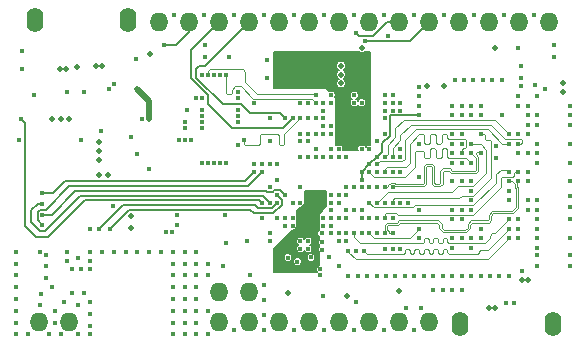
<source format=gbr>
G04 #@! TF.GenerationSoftware,KiCad,Pcbnew,5.0.2-bee76a0~70~ubuntu18.04.1*
G04 #@! TF.CreationDate,2019-05-16T13:37:02+08:00*
G04 #@! TF.ProjectId,require,72657175-6972-4652-9e6b-696361645f70,rev?*
G04 #@! TF.SameCoordinates,Original*
G04 #@! TF.FileFunction,Copper,L4,Inr*
G04 #@! TF.FilePolarity,Positive*
%FSLAX46Y46*%
G04 Gerber Fmt 4.6, Leading zero omitted, Abs format (unit mm)*
G04 Created by KiCad (PCBNEW 5.0.2-bee76a0~70~ubuntu18.04.1) date 2019年05月16日 星期四 13时37分02秒*
%MOMM*%
%LPD*%
G01*
G04 APERTURE LIST*
G04 #@! TA.AperFunction,ViaPad*
%ADD10O,1.400000X2.100000*%
G04 #@! TD*
G04 #@! TA.AperFunction,ViaPad*
%ADD11O,1.587500X1.587500*%
G04 #@! TD*
G04 #@! TA.AperFunction,ViaPad*
%ADD12C,0.400000*%
G04 #@! TD*
G04 #@! TA.AperFunction,ViaPad*
%ADD13C,0.500000*%
G04 #@! TD*
G04 #@! TA.AperFunction,Conductor*
%ADD14C,0.200000*%
G04 #@! TD*
G04 #@! TA.AperFunction,Conductor*
%ADD15C,0.100000*%
G04 #@! TD*
G04 #@! TA.AperFunction,Conductor*
%ADD16C,0.150000*%
G04 #@! TD*
G04 #@! TA.AperFunction,Conductor*
%ADD17C,0.500000*%
G04 #@! TD*
G04 APERTURE END LIST*
D10*
G04 #@! TO.N,GND*
G04 #@! TO.C,J800*
X40550000Y-52150000D03*
X48450000Y-52150000D03*
G04 #@! TD*
G04 #@! TO.N,GND*
G04 #@! TO.C,J801*
X84450000Y-77850000D03*
X76550000Y-77850000D03*
G04 #@! TD*
D11*
G04 #@! TO.N,/rk3308-io/D2*
G04 #@! TO.C,RP2*
X53610000Y-52300000D03*
G04 #@! TD*
G04 #@! TO.N,/rk3308-io/A0*
G04 #@! TO.C,LP3*
X56150000Y-77700000D03*
G04 #@! TD*
G04 #@! TO.N,/rk3308-io/A1*
G04 #@! TO.C,LP31*
X56150000Y-75160000D03*
G04 #@! TD*
G04 #@! TO.N,/rk3308-io/A2*
G04 #@! TO.C,LP4*
X58690000Y-77700000D03*
G04 #@! TD*
G04 #@! TO.N,/rk3308-io/A3*
G04 #@! TO.C,LP41*
X58690000Y-75160000D03*
G04 #@! TD*
G04 #@! TO.N,/USB_HOST_D2_N*
G04 #@! TO.C,LP9*
X71390000Y-77700000D03*
G04 #@! TD*
G04 #@! TO.N,/USB_HOST_D2_P*
G04 #@! TO.C,LP10*
X73930000Y-77700000D03*
G04 #@! TD*
G04 #@! TO.N,+5V*
G04 #@! TO.C,LP8*
X68850000Y-77700000D03*
G04 #@! TD*
G04 #@! TO.N,GND*
G04 #@! TO.C,LP7*
X66310000Y-77700000D03*
G04 #@! TD*
G04 #@! TO.N,+3V3*
G04 #@! TO.C,LP1*
X40910000Y-77700000D03*
G04 #@! TD*
G04 #@! TO.N,/rk3308-io/D11*
G04 #@! TO.C,RP11*
X76470000Y-52300000D03*
G04 #@! TD*
G04 #@! TO.N,/rk3308-io/D12*
G04 #@! TO.C,RP12*
X79010000Y-52300000D03*
G04 #@! TD*
G04 #@! TO.N,/rk3308-io/D13*
G04 #@! TO.C,RP13*
X81550000Y-52300000D03*
G04 #@! TD*
G04 #@! TO.N,Net-(D820-Pad1)*
G04 #@! TO.C,LP5*
X61230000Y-77700000D03*
G04 #@! TD*
G04 #@! TO.N,Net-(D820-Pad2)*
G04 #@! TO.C,LP6*
X63770000Y-77700000D03*
G04 #@! TD*
G04 #@! TO.N,/rk3308-io/D1*
G04 #@! TO.C,RP1*
X51070000Y-52300000D03*
G04 #@! TD*
G04 #@! TO.N,/rk3308-io/D3*
G04 #@! TO.C,RP3*
X56150000Y-52300000D03*
G04 #@! TD*
G04 #@! TO.N,/rk3308-io/D4*
G04 #@! TO.C,RP4*
X58690000Y-52300000D03*
G04 #@! TD*
G04 #@! TO.N,/rk3308-io/D5*
G04 #@! TO.C,RP5*
X61230000Y-52300000D03*
G04 #@! TD*
G04 #@! TO.N,/rk3308-io/D6*
G04 #@! TO.C,RP6*
X63770000Y-52300000D03*
G04 #@! TD*
G04 #@! TO.N,/rk3308-io/D7*
G04 #@! TO.C,RP7*
X66310000Y-52300000D03*
G04 #@! TD*
G04 #@! TO.N,/rk3308-io/D8*
G04 #@! TO.C,RP8*
X68850000Y-52300000D03*
G04 #@! TD*
G04 #@! TO.N,/rk3308-io/D9*
G04 #@! TO.C,RP9*
X71390000Y-52300000D03*
G04 #@! TD*
G04 #@! TO.N,/rk3308-io/D10*
G04 #@! TO.C,RP10*
X73930000Y-52300000D03*
G04 #@! TD*
G04 #@! TO.N,GND*
G04 #@! TO.C,RP14*
X84090000Y-52300000D03*
G04 #@! TD*
G04 #@! TO.N,GND*
G04 #@! TO.C,LP2*
X43450000Y-77700000D03*
G04 #@! TD*
D12*
G04 #@! TO.N,GND*
X81750000Y-57000000D03*
X64750000Y-73750000D03*
X56750000Y-71000000D03*
X56631250Y-68656250D03*
D13*
X44175000Y-56150000D03*
D12*
X52750000Y-62250000D03*
X53250000Y-62249998D03*
X81750000Y-56000000D03*
X59960000Y-74525000D03*
X59960000Y-77065000D03*
X59960000Y-78335000D03*
X64750000Y-73250000D03*
X68250000Y-59150000D03*
X53750000Y-62250000D03*
X83100000Y-63400000D03*
X82300000Y-63400000D03*
X83100000Y-69800000D03*
X83100000Y-71400000D03*
X75900000Y-59400000D03*
X83100000Y-58600000D03*
X75900000Y-63400000D03*
X75900000Y-61799994D03*
X63050000Y-62400000D03*
X59150000Y-64350000D03*
X70200000Y-67600000D03*
X71500000Y-65000000D03*
X69550000Y-65000000D03*
X85900000Y-64200000D03*
X82300000Y-61800000D03*
X57750000Y-59750000D03*
X54750000Y-56750000D03*
X63700000Y-62400000D03*
X60450000Y-66300000D03*
X69550000Y-70200000D03*
X70850000Y-68900000D03*
X73100000Y-70600000D03*
X76700000Y-68200000D03*
X71499998Y-71500000D03*
X83100000Y-67400000D03*
X82300000Y-65000000D03*
X77500000Y-65800000D03*
X83100000Y-68200000D03*
X63050000Y-67600000D03*
X65000000Y-68900000D03*
X68250000Y-65650000D03*
X66300000Y-63050000D03*
X66950000Y-63700000D03*
X65650000Y-63700000D03*
X64350000Y-63700000D03*
X63050000Y-63700000D03*
X59800000Y-64350000D03*
X60450000Y-70200000D03*
X57750000Y-62750000D03*
X57750000Y-58750000D03*
X57750000Y-60750000D03*
X65650000Y-63050000D03*
X54750000Y-60250000D03*
X54750000Y-61250000D03*
X59800000Y-68900000D03*
X85900000Y-70600000D03*
X67600000Y-59150000D03*
X64918750Y-71581250D03*
X76700000Y-62600000D03*
X77500000Y-60200000D03*
X73100000Y-58600000D03*
X73100000Y-60200000D03*
X73100000Y-62600000D03*
X73100000Y-65400000D03*
D13*
X73750000Y-57750000D03*
D12*
X73100000Y-68200000D03*
X85900000Y-65800000D03*
X85900000Y-67000000D03*
X85900000Y-68000000D03*
X85900000Y-69000000D03*
X85900000Y-62600000D03*
X85900000Y-60200000D03*
X85900000Y-59400000D03*
X61100000Y-65650000D03*
X62400000Y-67600000D03*
X66300000Y-63700000D03*
X65000000Y-63700000D03*
X63700000Y-63700000D03*
X64350000Y-63050000D03*
X68250000Y-65000000D03*
X73100000Y-57800000D03*
X56743666Y-64243666D03*
X54743660Y-64250000D03*
X55743684Y-64249999D03*
X68250000Y-68900000D03*
X75900000Y-71400000D03*
X73100000Y-59400000D03*
X79600000Y-63800000D03*
X71500000Y-63050000D03*
X65000000Y-69550000D03*
X68250000Y-70200000D03*
X65650000Y-68900000D03*
X64837500Y-70200000D03*
X75900000Y-68999979D03*
X63700000Y-71500000D03*
X63700000Y-70850000D03*
D13*
X42750000Y-60500000D03*
X46000000Y-63250000D03*
X71400000Y-75100000D03*
D12*
X60450000Y-62400000D03*
X60450000Y-60450000D03*
X53250000Y-60750000D03*
X82300000Y-60200000D03*
X85900000Y-61000000D03*
X85900000Y-72000000D03*
X85900000Y-73000000D03*
X53412490Y-59750000D03*
X70850000Y-58500000D03*
X59150000Y-59150000D03*
X66300000Y-70850000D03*
X73500000Y-73800000D03*
X75900000Y-73800000D03*
X75100000Y-73800000D03*
X74300000Y-73800000D03*
X76700000Y-73800000D03*
X77500000Y-73800000D03*
X78300000Y-73800000D03*
X79100000Y-73800000D03*
X79900000Y-73800000D03*
X80700000Y-73800000D03*
X72700000Y-73800000D03*
X71900000Y-73800000D03*
X71100000Y-73800000D03*
X70300000Y-73800000D03*
X69500000Y-73800000D03*
X68700000Y-73800000D03*
X67900000Y-73800000D03*
X67100000Y-73800000D03*
X66300000Y-73000000D03*
X65500000Y-72200000D03*
X64918750Y-70931250D03*
X75100000Y-75000000D03*
X75900000Y-75000000D03*
X76700000Y-75000000D03*
X74300000Y-75000000D03*
X81800000Y-73400000D03*
X46250000Y-71750000D03*
X47250000Y-71750000D03*
X48250000Y-71750000D03*
X49250000Y-71750000D03*
X50250000Y-71750000D03*
X52250000Y-71750000D03*
X54250000Y-71750000D03*
X53250000Y-71750000D03*
X53250000Y-78750000D03*
X53250000Y-77750000D03*
X53250000Y-75750000D03*
X53250000Y-74750000D03*
X53250000Y-73750000D03*
X53250000Y-72750000D03*
X45250000Y-73200000D03*
X43700000Y-73200000D03*
X44250000Y-72250000D03*
X43250000Y-72500000D03*
X43250000Y-71750000D03*
X45250000Y-72500000D03*
X54250000Y-78750000D03*
X53250000Y-76750000D03*
X54250000Y-74750000D03*
X54250000Y-73750000D03*
X54250000Y-72750000D03*
X54250000Y-75750000D03*
X44750000Y-75250000D03*
X43750000Y-75250000D03*
X51250000Y-71750000D03*
X41500000Y-73000000D03*
X41500000Y-72000000D03*
X54250000Y-76750000D03*
X54250000Y-77750000D03*
X55250000Y-76750000D03*
X55250000Y-78750000D03*
X55250000Y-73750000D03*
X55250000Y-72750000D03*
X51700000Y-70100000D03*
X52200000Y-70100000D03*
X56500000Y-73000000D03*
X58750000Y-73750000D03*
X45250000Y-71750000D03*
X80100000Y-60200000D03*
D13*
X62000000Y-75250000D03*
D12*
X63943750Y-72231250D03*
X39000000Y-71750000D03*
X39000000Y-72750000D03*
X39000000Y-73750000D03*
X39000000Y-74750000D03*
X39000000Y-75750000D03*
X39000000Y-76750000D03*
X39000000Y-78750000D03*
X39000000Y-77750000D03*
X41000000Y-71750000D03*
X41100000Y-75300000D03*
X41000000Y-76250000D03*
X42250000Y-76750000D03*
X41500000Y-74000000D03*
X42000000Y-74700000D03*
X44250000Y-76250000D03*
X45250000Y-77000000D03*
X45250000Y-78750000D03*
X44250000Y-78750000D03*
X42750000Y-78750000D03*
X40000000Y-78750000D03*
X45250000Y-76000000D03*
D13*
X46000000Y-62500000D03*
D12*
X48750000Y-62000000D03*
X49250000Y-63500000D03*
X50250000Y-64750000D03*
D13*
X50300000Y-55000000D03*
D12*
X49100000Y-55400000D03*
X52250000Y-72750000D03*
X52250000Y-73750000D03*
X52250000Y-74750000D03*
X52250000Y-75750000D03*
X52250000Y-76750000D03*
X52250000Y-77750000D03*
X52250000Y-78750000D03*
D13*
X45750000Y-56000000D03*
X46250000Y-56000000D03*
X79000000Y-76500000D03*
X79500000Y-76500000D03*
D12*
X43000000Y-76000000D03*
X44500000Y-73200000D03*
X45250000Y-78000000D03*
X42250000Y-77750000D03*
X41750000Y-78750000D03*
X39250000Y-62250000D03*
X43250000Y-58250000D03*
X44750000Y-58250000D03*
X67750000Y-76000000D03*
X72000000Y-76500000D03*
X73250000Y-76500000D03*
D13*
X66500000Y-56750000D03*
X66500000Y-56000000D03*
X66500000Y-57500000D03*
D12*
X76100000Y-57200000D03*
X76900000Y-57200000D03*
X77700000Y-57200000D03*
X78500000Y-57200000D03*
X79300000Y-57200000D03*
X80100000Y-57200000D03*
X81750000Y-57750000D03*
X84500000Y-54250000D03*
X84500000Y-55250000D03*
X81500000Y-54500000D03*
X83750000Y-58000000D03*
X60250000Y-55500000D03*
X62000000Y-72250000D03*
X65000000Y-75500000D03*
X52340000Y-51665000D03*
X54880000Y-51665000D03*
X57420000Y-51665000D03*
X59960000Y-51665000D03*
X62500000Y-51665000D03*
X65040000Y-51665000D03*
X67580000Y-51665000D03*
X70120000Y-51665000D03*
X72660000Y-51665000D03*
X75200000Y-51665000D03*
X77740000Y-51665000D03*
X80280000Y-51665000D03*
X82820000Y-51665000D03*
X72660000Y-78335000D03*
X70120000Y-78335000D03*
X62500000Y-78335000D03*
X65040000Y-78335000D03*
X67580000Y-78335000D03*
X57420000Y-78335000D03*
X59960000Y-75795000D03*
X39500000Y-56250000D03*
X39500000Y-54750000D03*
D13*
X43500000Y-60500000D03*
X42000000Y-60500000D03*
X46000000Y-64000000D03*
D12*
X60450000Y-64350000D03*
X66300000Y-66950000D03*
X66950000Y-66300000D03*
X65650000Y-66950000D03*
X68900000Y-64350000D03*
X69550000Y-63700000D03*
X70500000Y-53500000D03*
G04 #@! TO.N,/ddr/DDR_A1*
X80700000Y-69800000D03*
X68412500Y-71662500D03*
G04 #@! TO.N,/ddr/DDR_A7*
X70850000Y-71500000D03*
X77500000Y-70600000D03*
G04 #@! TO.N,/ddr/DDR_A2*
X78300000Y-69800000D03*
X70200000Y-71500000D03*
G04 #@! TO.N,/ddr/DDR_A11*
X80700000Y-70600000D03*
X67112500Y-71662500D03*
G04 #@! TO.N,/ddr/DDR_A6*
X81500000Y-70600000D03*
X67762500Y-71662500D03*
G04 #@! TO.N,/ddr/DDR_A12*
X80700000Y-69000000D03*
X67600000Y-70200000D03*
G04 #@! TO.N,/ddr/DDR_A3*
X68250000Y-68250000D03*
X76700000Y-69000000D03*
G04 #@! TO.N,/ddr/DDR_A4*
X81500000Y-69800000D03*
X66950000Y-70850000D03*
G04 #@! TO.N,/ddr/DDR_A13*
X65650000Y-69550000D03*
X77500000Y-71400000D03*
G04 #@! TO.N,/ddr/DDR_A9*
X78300000Y-70600000D03*
X66950000Y-68900000D03*
G04 #@! TO.N,/ddr/DDR_A10*
X66300000Y-70200000D03*
X80700004Y-67400000D03*
G04 #@! TO.N,/ddr/DDR_D5*
X71500000Y-67600000D03*
X78300000Y-59400000D03*
G04 #@! TO.N,/ddr/DDR_D3*
X71500000Y-63700000D03*
X81500000Y-58600000D03*
G04 #@! TO.N,/ddr/DDR_CLKN*
X70850000Y-70200000D03*
X81500000Y-65800000D03*
G04 #@! TO.N,/ddr/DDR_D4*
X82300000Y-61000000D03*
X72150000Y-67600000D03*
G04 #@! TO.N,/ddr/DDR_D9*
X69550000Y-67600000D03*
X77500000Y-62600000D03*
G04 #@! TO.N,/ddr/DDR_DQS1P*
X78300000Y-63400000D03*
X70850000Y-66300000D03*
G04 #@! TO.N,/ddr/DDR_D7*
X70850000Y-65000000D03*
X81500000Y-59400000D03*
G04 #@! TO.N,/ddr/DDR_D12*
X70200000Y-65000000D03*
X76700000Y-63400000D03*
G04 #@! TO.N,/ddr/DDR_D14*
X70850000Y-63700000D03*
X81500000Y-62600000D03*
G04 #@! TO.N,/ddr/DDR_CLKP*
X80700000Y-65800000D03*
X70200000Y-70200000D03*
G04 #@! TO.N,/ddr/DDR_D11*
X81500000Y-65000000D03*
X70200000Y-68900000D03*
G04 #@! TO.N,/ddr/DDR_D6*
X69550000Y-68900000D03*
X81500000Y-61800000D03*
G04 #@! TO.N,/ddr/DDR_D13*
X70850000Y-67600000D03*
X78300000Y-61800000D03*
G04 #@! TO.N,/ddr/DDR_DQS1N*
X77500000Y-63400000D03*
X70200000Y-66300000D03*
G04 #@! TO.N,/ddr/DDR_DM1*
X80700000Y-61800000D03*
X70200000Y-63700000D03*
G04 #@! TO.N,/ddr/DDR_RESET*
X76700000Y-70600000D03*
X68900000Y-68900000D03*
G04 #@! TO.N,/ddr/DDR_D8*
X68900000Y-67600000D03*
X80700000Y-65000000D03*
G04 #@! TO.N,/ddr/DDR_D2*
X78300000Y-60200000D03*
X68900000Y-66300000D03*
G04 #@! TO.N,/ddr/DDR_D0*
X76700000Y-60200000D03*
X69550000Y-66300000D03*
G04 #@! TO.N,/ddr/DDR_D10*
X80700000Y-62600000D03*
X69550000Y-64350000D03*
G04 #@! TO.N,/ddr/DDR_ODT0*
X73100000Y-69800000D03*
X68900000Y-70200000D03*
X75900000Y-65800000D03*
G04 #@! TO.N,/ddr/DDR_D1*
X77500000Y-59400000D03*
X68250000Y-66300000D03*
G04 #@! TO.N,/ddr/DDR_D15*
X77500000Y-64200000D03*
X68900000Y-65000000D03*
G04 #@! TO.N,/ddr/DDR_BA2*
X77500000Y-68200000D03*
X67600000Y-68250000D03*
G04 #@! TO.N,/ddr/DDR_BA1*
X81500000Y-69000000D03*
X66950000Y-70200000D03*
G04 #@! TO.N,/ddr/DDR_CASN*
X77500000Y-66600000D03*
X66300000Y-68900000D03*
G04 #@! TO.N,/ddr/DDR_WEN*
X77500000Y-67400000D03*
X66949952Y-68250000D03*
G04 #@! TO.N,/ddr/DDR_CKE0*
X65650000Y-70200000D03*
X80700000Y-66600000D03*
G04 #@! TO.N,VCC_DDR*
X83100000Y-61000000D03*
X83100000Y-64200000D03*
X83100000Y-69000000D03*
X83100000Y-70600000D03*
X75900000Y-62600000D03*
X76700000Y-64200000D03*
X75900000Y-70600000D03*
X75900000Y-68200000D03*
X81500000Y-63400000D03*
X76700000Y-59400000D03*
X67600000Y-66300000D03*
X66950000Y-66950000D03*
X66300000Y-67600000D03*
X65650000Y-68250000D03*
X75899986Y-60200000D03*
X83100000Y-62600000D03*
X76700000Y-61800000D03*
X76700000Y-65800000D03*
X82300000Y-65800000D03*
X65650000Y-67600000D03*
D13*
X75250000Y-57750000D03*
D12*
X83100000Y-60200000D03*
X82300000Y-59400000D03*
D13*
X85250000Y-57500000D03*
X85250000Y-58250000D03*
D12*
X83100000Y-72000000D03*
X83100000Y-73000000D03*
G04 #@! TO.N,/emmc/EMMC_RST*
X65000000Y-61750000D03*
G04 #@! TO.N,Net-(R50-Pad1)*
X82300000Y-67400000D03*
G04 #@! TO.N,/emmc/VDDi*
X57740000Y-58240000D03*
G04 #@! TO.N,/rk3308-io/I2C1_SCL*
X71500000Y-59800000D03*
G04 #@! TO.N,/rk3308-io/I2C1_SDA*
X70850000Y-59800000D03*
G04 #@! TO.N,/rk3308-io/WIFI_WAKE_HOST*
X68900000Y-63050000D03*
X52600000Y-68600000D03*
G04 #@! TO.N,/rk3308-io/WIFI_REG_ON*
X69550000Y-62400000D03*
X52600000Y-69500000D03*
G04 #@! TO.N,/rk3308-io/HOST_WAKE_BT*
X61100000Y-67600000D03*
X46000000Y-69800000D03*
G04 #@! TO.N,/rk3308-io/BT_WAKE_HOST*
X46900000Y-69800000D03*
X61100000Y-66950000D03*
G04 #@! TO.N,/rk3308-io/UART4_TXD*
X61750000Y-66950000D03*
X41200000Y-68600000D03*
G04 #@! TO.N,/rk3308-io/UART4_RXD*
X60450000Y-67600000D03*
X41200000Y-67700000D03*
G04 #@! TO.N,/rk3308-io/UART4_RTS*
X59800000Y-65000000D03*
X41200000Y-69500000D03*
G04 #@! TO.N,/rk3308-io/BT_REG_ON*
X39374990Y-60500000D03*
X59800000Y-67625010D03*
G04 #@! TO.N,/rk3308-io/UART4_CTS*
X59150000Y-65000000D03*
X41200000Y-66800000D03*
G04 #@! TO.N,/rk3308-io/A4*
X60450000Y-70850000D03*
G04 #@! TO.N,/rk3308-io/D1*
X63700000Y-59150000D03*
X55000000Y-54250000D03*
G04 #@! TO.N,/rk3308-io/D2*
X63700000Y-61750000D03*
X51500000Y-54250000D03*
X55000000Y-55250000D03*
G04 #@! TO.N,/rk3308-io/D3*
X62400000Y-60450000D03*
G04 #@! TO.N,/rk3308-io/D4*
X61750000Y-60450000D03*
G04 #@! TO.N,/rk3308-io/D7*
X65650000Y-59150000D03*
G04 #@! TO.N,/rk3308-io/D8*
X65650000Y-61750000D03*
G04 #@! TO.N,/rk3308-io/D9*
X65000000Y-60450000D03*
X67750000Y-53250000D03*
G04 #@! TO.N,/rk3308-io/D10*
X65650000Y-61100000D03*
X68550000Y-53900000D03*
G04 #@! TO.N,/rk3308-io/D11*
X70850000Y-59150000D03*
G04 #@! TO.N,/rk3308-io/D12*
X71500000Y-59150000D03*
G04 #@! TO.N,/rk3308-io/D13*
X70200000Y-60450000D03*
G04 #@! TO.N,/wireless/LPO*
X70200000Y-59150000D03*
X49600004Y-60500000D03*
G04 #@! TO.N,/emmc/EMMC_D7*
X63700000Y-60450000D03*
X54250000Y-58750000D03*
G04 #@! TO.N,/emmc/EMMC_CLK*
X63050000Y-61750000D03*
G04 #@! TO.N,/emmc/EMMC_CMD*
X63050000Y-60450000D03*
X58250000Y-62250000D03*
G04 #@! TO.N,/emmc/EMMC_D6*
X65000000Y-61100000D03*
X57750000Y-60250000D03*
G04 #@! TO.N,/emmc/EMMC_D2*
X64350000Y-58500000D03*
X55250000Y-56750000D03*
G04 #@! TO.N,/emmc/EMMC_D5*
X65000000Y-59800000D03*
G04 #@! TO.N,/emmc/EMMC_D1*
X63050000Y-59150000D03*
X55750000Y-56750000D03*
G04 #@! TO.N,/emmc/EMMC_D4*
X64350000Y-59150000D03*
X56750000Y-56750000D03*
G04 #@! TO.N,/emmc/EMMC_D3*
X65000000Y-59150000D03*
G04 #@! TO.N,/USB_OTG_D_P*
X63050000Y-70850000D03*
X47262135Y-57562564D03*
G04 #@! TO.N,/USB_OTG_D_N*
X63050000Y-71500000D03*
X46837869Y-57986830D03*
D13*
G04 #@! TO.N,+3V3*
X46750000Y-65250000D03*
D12*
X70200000Y-58500000D03*
D13*
X48700000Y-69750000D03*
D12*
X64350000Y-61750000D03*
X54750000Y-58750000D03*
X54750000Y-59750000D03*
X54750000Y-60750000D03*
X62400000Y-69550000D03*
X63050000Y-66300000D03*
X70200000Y-59800000D03*
X61100000Y-64350000D03*
X56243695Y-64249991D03*
X55243673Y-64250000D03*
D13*
X46000000Y-65250000D03*
D12*
X46200000Y-61500000D03*
X68250000Y-63050000D03*
X53250000Y-61250000D03*
D13*
X48700000Y-68750000D03*
X50200000Y-60500000D03*
X49250000Y-58000000D03*
D12*
X57000000Y-55250000D03*
X60250000Y-57000000D03*
G04 #@! TO.N,+1V8*
X61100000Y-68900000D03*
G04 #@! TO.N,+1V8A*
X61750000Y-68900000D03*
G04 #@! TO.N,+1V0L*
X64350000Y-67600000D03*
X65000000Y-67600000D03*
X65000000Y-66950000D03*
X64350000Y-66950000D03*
X63700000Y-66950000D03*
X63700000Y-67600000D03*
D13*
X61200000Y-72600000D03*
G04 #@! TO.N,+1V0C*
X61250000Y-56750000D03*
X61250000Y-57750000D03*
D12*
X66950000Y-63050000D03*
X66300000Y-62400000D03*
X68250014Y-61750000D03*
X67600000Y-61750000D03*
X67600000Y-63050000D03*
X68250000Y-58500000D03*
G04 #@! TO.N,+1V0*
X62400000Y-68900000D03*
D13*
G04 #@! TO.N,+5V*
X42700000Y-56250000D03*
D12*
X40500000Y-58500000D03*
D13*
X79500000Y-54500000D03*
X43200000Y-56250000D03*
X81800000Y-74150000D03*
X82300000Y-74150000D03*
D12*
X44500000Y-62250000D03*
D13*
X68250000Y-54500000D03*
X67000000Y-75500000D03*
D12*
X65650000Y-58500000D03*
G04 #@! TO.N,Net-(C330-Pad1)*
X75900000Y-64200000D03*
X82300000Y-68200000D03*
X79600000Y-62800000D03*
G04 #@! TO.N,Net-(C520-Pad1)*
X45200000Y-69800000D03*
G04 #@! TO.N,Net-(C521-Pad1)*
X47200000Y-67900000D03*
G04 #@! TO.N,Net-(C202-Pad2)*
X67600000Y-58500000D03*
G04 #@! TO.N,Net-(C222-Pad2)*
X62800000Y-72600000D03*
G04 #@! TO.N,Net-(C232-Pad2)*
X82900000Y-57600000D03*
G04 #@! TO.N,/rk3308-io/USB_EXTR*
X61750000Y-69550000D03*
G04 #@! TO.N,/rk3308-io/EMMC_VSEL*
X70200000Y-61750000D03*
G04 #@! TO.N,/emmc/EMMC_D0*
X64350000Y-60450000D03*
X56250000Y-56750000D03*
G04 #@! TO.N,Net-(C110-Pad1)*
X58500000Y-70850000D03*
G04 #@! TO.N,/USB_HOST_D3_P*
X81150000Y-76100000D03*
G04 #@! TO.N,/USB_HOST_D3_N*
X80500000Y-76100000D03*
G04 #@! TD*
D14*
G04 #@! TO.N,GND*
X70606250Y-61912500D02*
X70606250Y-60200000D01*
X68250000Y-65000000D02*
X68900000Y-64350000D01*
X70606250Y-60200000D02*
X73100000Y-60200000D01*
X69956250Y-62562500D02*
X70606250Y-61912500D01*
X69956250Y-63293750D02*
X69956250Y-62562500D01*
X68250000Y-65000000D02*
X68250000Y-65650000D01*
X68900000Y-64350000D02*
X69550000Y-63700000D01*
X69550000Y-63700000D02*
X69956250Y-63293750D01*
D15*
G04 #@! TO.N,/ddr/DDR_A1*
X75000000Y-71900000D02*
X75100000Y-71800000D01*
X72800000Y-71500000D02*
X73000000Y-71500000D01*
X75600000Y-71900000D02*
X78100000Y-71900000D01*
X74800000Y-71900000D02*
X75000000Y-71900000D01*
X75200000Y-71500000D02*
X75400000Y-71500000D01*
X74600000Y-71500000D02*
X74700000Y-71600000D01*
X72700000Y-71600000D02*
X72800000Y-71500000D01*
X74700000Y-71600000D02*
X74700000Y-71800000D01*
X74200000Y-71900000D02*
X74300000Y-71800000D01*
X73900000Y-71600000D02*
X73900000Y-71800000D01*
X75500000Y-71800000D02*
X75600000Y-71900000D01*
X73800000Y-71500000D02*
X73900000Y-71600000D01*
X73500000Y-71600000D02*
X73600000Y-71500000D01*
X73400000Y-71900000D02*
X73500000Y-71800000D01*
X74000000Y-71900000D02*
X74200000Y-71900000D01*
X75100000Y-71800000D02*
X75100000Y-71600000D01*
X73600000Y-71500000D02*
X73800000Y-71500000D01*
X73200000Y-71900000D02*
X73400000Y-71900000D01*
X73100000Y-71800000D02*
X73200000Y-71900000D01*
X74300000Y-71600000D02*
X74400000Y-71500000D01*
X73500000Y-71800000D02*
X73500000Y-71600000D01*
X72600000Y-71900000D02*
X72700000Y-71800000D01*
X72000000Y-71500000D02*
X72200000Y-71500000D01*
X74300000Y-71800000D02*
X74300000Y-71600000D01*
X72300000Y-71800000D02*
X72400000Y-71900000D01*
X73900000Y-71800000D02*
X74000000Y-71900000D01*
X73100000Y-71600000D02*
X73100000Y-71800000D01*
X68412500Y-71662500D02*
X68650000Y-71900000D01*
X71900000Y-71800000D02*
X71900000Y-71600000D01*
X71900000Y-71600000D02*
X72000000Y-71500000D01*
X71800000Y-71900000D02*
X71900000Y-71800000D01*
X74700000Y-71800000D02*
X74800000Y-71900000D01*
X68650000Y-71900000D02*
X71800000Y-71900000D01*
X72200000Y-71500000D02*
X72300000Y-71600000D01*
X74400000Y-71500000D02*
X74600000Y-71500000D01*
X78200000Y-71700000D02*
X78300000Y-71600000D01*
X72300000Y-71600000D02*
X72300000Y-71800000D01*
X72400000Y-71900000D02*
X72600000Y-71900000D01*
X72700000Y-71800000D02*
X72700000Y-71600000D01*
X73000000Y-71500000D02*
X73100000Y-71600000D01*
X75100000Y-71600000D02*
X75200000Y-71500000D01*
X75400000Y-71500000D02*
X75500000Y-71600000D01*
X75500000Y-71600000D02*
X75500000Y-71800000D01*
X78200000Y-71800000D02*
X78100000Y-71900000D01*
X78200000Y-71800000D02*
X78200000Y-71700000D01*
X78300000Y-71600000D02*
X78900000Y-71600000D01*
X78900000Y-71600000D02*
X80700000Y-69800000D01*
G04 #@! TO.N,/ddr/DDR_A11*
X78900000Y-72400000D02*
X80700000Y-70600000D01*
X67768750Y-72400000D02*
X78900000Y-72400000D01*
X67112500Y-71662500D02*
X67112500Y-71743750D01*
X67112500Y-71743750D02*
X67768750Y-72400000D01*
G04 #@! TO.N,/ddr/DDR_A12*
X79500000Y-70200000D02*
X80700000Y-69000000D01*
X78700000Y-71000000D02*
X79100000Y-70600000D01*
X75600000Y-71000000D02*
X78700000Y-71000000D01*
X79300000Y-70200000D02*
X79500000Y-70200000D01*
X75500000Y-70900000D02*
X75600000Y-71000000D01*
X75400000Y-70600000D02*
X75500000Y-70700000D01*
X75100000Y-70700000D02*
X75200000Y-70600000D01*
X75000000Y-71000000D02*
X75100000Y-70900000D01*
X74800000Y-71000000D02*
X75000000Y-71000000D01*
X74700000Y-70900000D02*
X74800000Y-71000000D01*
X74700000Y-70700000D02*
X74700000Y-70900000D01*
X73600000Y-70600000D02*
X73800000Y-70600000D01*
X73500000Y-70900000D02*
X73500000Y-70700000D01*
X73400000Y-71000000D02*
X73500000Y-70900000D01*
X73500000Y-70700000D02*
X73600000Y-70600000D01*
X73900000Y-70900000D02*
X74000000Y-71000000D01*
X79100000Y-70400000D02*
X79300000Y-70200000D01*
X74300000Y-70700000D02*
X74400000Y-70600000D01*
X74600000Y-70600000D02*
X74700000Y-70700000D01*
X79100000Y-70600000D02*
X79100000Y-70400000D01*
X68100000Y-71000000D02*
X73400000Y-71000000D01*
X67600000Y-70200000D02*
X67600000Y-70500000D01*
X67600000Y-70500000D02*
X68100000Y-71000000D01*
X75200000Y-70600000D02*
X75400000Y-70600000D01*
X74200000Y-71000000D02*
X74300000Y-70900000D01*
X73800000Y-70600000D02*
X73900000Y-70700000D01*
X75500000Y-70700000D02*
X75500000Y-70900000D01*
X73900000Y-70700000D02*
X73900000Y-70900000D01*
X74000000Y-71000000D02*
X74200000Y-71000000D01*
X75100000Y-70900000D02*
X75100000Y-70700000D01*
X74300000Y-70900000D02*
X74300000Y-70700000D01*
X74400000Y-70600000D02*
X74600000Y-70600000D01*
G04 #@! TO.N,/ddr/DDR_CLKN*
X75117154Y-70100010D02*
X77082846Y-70100010D01*
X70482846Y-69500010D02*
X71282846Y-69500010D01*
X75117152Y-70100008D02*
X75117156Y-70100008D01*
X81400000Y-65900000D02*
X81500000Y-65800000D01*
X74799990Y-69782846D02*
X75117152Y-70100008D01*
X71282846Y-69500010D02*
X71482846Y-69300010D01*
X71482846Y-69300010D02*
X74617154Y-69300010D01*
X81082846Y-68500010D02*
X81500010Y-68082846D01*
X77082846Y-70100010D02*
X77400008Y-69782848D01*
X70600000Y-70200000D02*
X70550001Y-70150001D01*
X79200010Y-68682846D02*
X79382846Y-68500010D01*
X70550001Y-70031999D02*
X70400010Y-69882008D01*
X75117156Y-70100008D02*
X75117154Y-70100010D01*
X74617154Y-69300010D02*
X74799990Y-69482846D01*
X70850000Y-70200000D02*
X70600000Y-70200000D01*
X70550001Y-70150001D02*
X70550001Y-70031999D01*
X74799990Y-69482846D02*
X74799990Y-69782846D01*
X70400010Y-69882008D02*
X70400010Y-69582846D01*
X70400010Y-69582846D02*
X70482846Y-69500010D01*
X77400008Y-69782848D02*
X77400008Y-69782844D01*
X77400008Y-69782844D02*
X77400010Y-69782846D01*
X77400010Y-69782846D02*
X77400010Y-69482846D01*
X77400010Y-69482846D02*
X77582846Y-69300010D01*
X77582846Y-69300010D02*
X78982846Y-69300010D01*
X78982846Y-69300010D02*
X79200010Y-69082846D01*
X79200010Y-69082846D02*
X79200010Y-68682846D01*
X79382846Y-68500010D02*
X81082846Y-68500010D01*
X81500010Y-66317154D02*
X81400000Y-66217144D01*
X81400000Y-66217144D02*
X81400000Y-65900000D01*
X81500010Y-68082846D02*
X81500010Y-66317154D01*
G04 #@! TO.N,/ddr/DDR_D9*
X76400000Y-66200000D02*
X75900000Y-66700000D01*
X77700000Y-66200000D02*
X76400000Y-66200000D01*
X78800000Y-63100000D02*
X78800000Y-65100000D01*
X78800000Y-65100000D02*
X77700000Y-66200000D01*
X77500000Y-62600000D02*
X78300000Y-62600000D01*
X78300000Y-62600000D02*
X78800000Y-63100000D01*
X75900000Y-66700000D02*
X70450000Y-66700000D01*
X70450000Y-66700000D02*
X69550000Y-67600000D01*
G04 #@! TO.N,/ddr/DDR_DQS1P*
X78200000Y-63300000D02*
X78300000Y-63400000D01*
X78000000Y-63300000D02*
X78200000Y-63300000D01*
X77900000Y-63400000D02*
X78000000Y-63300000D01*
X77900000Y-63517144D02*
X77900000Y-63400000D01*
X78099999Y-63717143D02*
X77900000Y-63517144D01*
X77900000Y-65100000D02*
X78099999Y-64900001D01*
X73700000Y-64600000D02*
X73800000Y-64500000D01*
X73700000Y-66000000D02*
X73700000Y-64600000D01*
X70850000Y-66300000D02*
X70950000Y-66200000D01*
X73800000Y-64500000D02*
X74100000Y-64500000D01*
X78099999Y-64900001D02*
X78099999Y-63717143D01*
X73500000Y-66200000D02*
X73700000Y-66000000D01*
X70950000Y-66200000D02*
X73500000Y-66200000D01*
X74100000Y-64500000D02*
X74200000Y-64600000D01*
X74200000Y-64600000D02*
X74200000Y-66000000D01*
X74200000Y-66000000D02*
X74400000Y-66200000D01*
X74900000Y-66200000D02*
X75100000Y-66000000D01*
X75100000Y-66000000D02*
X75100000Y-65000000D01*
X74400000Y-66200000D02*
X74900000Y-66200000D01*
X75100000Y-65000000D02*
X75200000Y-64900000D01*
X75200000Y-64900000D02*
X75600000Y-64900000D01*
X75600000Y-64900000D02*
X75800000Y-65100000D01*
X75800000Y-65100000D02*
X77900000Y-65100000D01*
G04 #@! TO.N,/ddr/DDR_D12*
X71981250Y-64600000D02*
X70356250Y-64600000D01*
X72312500Y-62587500D02*
X72312500Y-64268750D01*
X73100000Y-61800000D02*
X72312500Y-62587500D01*
X73500000Y-61900000D02*
X73400000Y-61800000D01*
X73500000Y-62500000D02*
X73500000Y-61900000D01*
X73600000Y-62600000D02*
X73500000Y-62500000D01*
X74000000Y-62500000D02*
X73900000Y-62600000D01*
X74000000Y-61900000D02*
X74000000Y-62500000D01*
X74100000Y-61800000D02*
X74000000Y-61900000D01*
X77100000Y-62300000D02*
X77000000Y-62200000D01*
X77100000Y-62900000D02*
X77100000Y-62300000D01*
X77000000Y-63000000D02*
X77100000Y-62900000D01*
X76800000Y-63000000D02*
X77000000Y-63000000D01*
X75400000Y-61800000D02*
X75100000Y-61800000D01*
X73900000Y-62600000D02*
X73600000Y-62600000D01*
X75000000Y-62500000D02*
X74900000Y-62600000D01*
X70200000Y-64756250D02*
X70200000Y-65000000D01*
X74500000Y-62500000D02*
X74500000Y-61900000D01*
X76700000Y-63400000D02*
X76700000Y-63100000D01*
X76700000Y-63100000D02*
X76800000Y-63000000D01*
X77000000Y-62200000D02*
X75600000Y-62200000D01*
X74600000Y-62600000D02*
X74500000Y-62500000D01*
X70356250Y-64600000D02*
X70200000Y-64756250D01*
X74400000Y-61800000D02*
X74100000Y-61800000D01*
X75500000Y-62100000D02*
X75500000Y-61900000D01*
X72312500Y-64268750D02*
X71981250Y-64600000D01*
X75500000Y-61900000D02*
X75400000Y-61800000D01*
X73400000Y-61800000D02*
X73100000Y-61800000D01*
X75100000Y-61800000D02*
X75000000Y-61900000D01*
X74500000Y-61900000D02*
X74400000Y-61800000D01*
X75600000Y-62200000D02*
X75500000Y-62100000D01*
X75000000Y-61900000D02*
X75000000Y-62500000D01*
X74900000Y-62600000D02*
X74600000Y-62600000D01*
G04 #@! TO.N,/ddr/DDR_D14*
X81700000Y-62600000D02*
X81500000Y-62600000D01*
X81800000Y-62300000D02*
X81800000Y-62500000D01*
X80400000Y-62200000D02*
X81700000Y-62200000D01*
X81700000Y-62200000D02*
X81800000Y-62300000D01*
X70850000Y-62968750D02*
X71500000Y-62318750D01*
X72400000Y-61000000D02*
X79200000Y-61000000D01*
X70850000Y-63700000D02*
X70850000Y-62968750D01*
X71500000Y-61900000D02*
X72400000Y-61000000D01*
X81800000Y-62500000D02*
X81700000Y-62600000D01*
X71500000Y-62318750D02*
X71500000Y-61900000D01*
X79200000Y-61000000D02*
X80400000Y-62200000D01*
G04 #@! TO.N,/ddr/DDR_CLKP*
X75200000Y-69900000D02*
X75000000Y-69700000D01*
X77200000Y-69700000D02*
X77000000Y-69900000D01*
X77200000Y-69400000D02*
X77200000Y-69700000D01*
X70400000Y-69300000D02*
X70200000Y-69500000D01*
X77500000Y-69100000D02*
X77200000Y-69400000D01*
X81300000Y-68000000D02*
X81000000Y-68300000D01*
X78900000Y-69100000D02*
X77500000Y-69100000D01*
X80700000Y-65800000D02*
X81000000Y-65800000D01*
X79000000Y-68600000D02*
X79000000Y-69000000D01*
X79300000Y-68300000D02*
X79000000Y-68600000D01*
X81000000Y-68300000D02*
X79300000Y-68300000D01*
X81199990Y-65999990D02*
X81199990Y-66299990D01*
X74700000Y-69100000D02*
X71400000Y-69100000D01*
X71400000Y-69100000D02*
X71200000Y-69300000D01*
X71200000Y-69300000D02*
X70400000Y-69300000D01*
X81000000Y-65800000D02*
X81199990Y-65999990D01*
X81300000Y-66400000D02*
X81300000Y-68000000D01*
X75000000Y-69400000D02*
X74700000Y-69100000D01*
X77000000Y-69900000D02*
X75200000Y-69900000D01*
X79000000Y-69000000D02*
X78900000Y-69100000D01*
X81199990Y-66299990D02*
X81300000Y-66400000D01*
X75000000Y-69700000D02*
X75000000Y-69400000D01*
X70200000Y-69500000D02*
X70200000Y-70200000D01*
G04 #@! TO.N,/ddr/DDR_D11*
X81200000Y-65000000D02*
X81500000Y-65000000D01*
X81100000Y-65300000D02*
X81100000Y-65100000D01*
X81000000Y-65400000D02*
X81100000Y-65300000D01*
X80000000Y-65500000D02*
X80100000Y-65400000D01*
X81100000Y-65100000D02*
X81200000Y-65000000D01*
X80100000Y-65400000D02*
X81000000Y-65400000D01*
X70200000Y-68575000D02*
X70281250Y-68493750D01*
X70200000Y-68900000D02*
X70200000Y-68575000D01*
X80000000Y-66300000D02*
X80000000Y-65500000D01*
X70281250Y-68493750D02*
X71175000Y-68493750D01*
X71175000Y-68493750D02*
X71281250Y-68600000D01*
X77700000Y-68600000D02*
X80000000Y-66300000D01*
X71281250Y-68600000D02*
X77700000Y-68600000D01*
G04 #@! TO.N,/ddr/DDR_D13*
X70850000Y-67356250D02*
X70850000Y-67600000D01*
X76700000Y-67000000D02*
X76500000Y-67200000D01*
X76500000Y-67200000D02*
X71006250Y-67200000D01*
X79200000Y-65500000D02*
X77700000Y-67000000D01*
X71006250Y-67200000D02*
X70850000Y-67356250D01*
X77700000Y-67000000D02*
X76700000Y-67000000D01*
X78300000Y-61800000D02*
X78600000Y-61800000D01*
X78700000Y-61900000D02*
X78600000Y-61800000D01*
X79200000Y-62400000D02*
X79100000Y-62300000D01*
X79200000Y-62400000D02*
X79200000Y-65500000D01*
X78800000Y-62300000D02*
X78700000Y-62200000D01*
X78700000Y-61900000D02*
X78700000Y-62200000D01*
X78800000Y-62300000D02*
X79100000Y-62300000D01*
G04 #@! TO.N,/ddr/DDR_DQS1N*
X77899989Y-63799989D02*
X77500000Y-63400000D01*
X77899989Y-64817155D02*
X77899989Y-63799989D01*
X75117154Y-64699990D02*
X75682846Y-64699990D01*
X74899990Y-64917154D02*
X75117154Y-64699990D01*
X74899990Y-65900010D02*
X74899990Y-64917154D01*
X77817154Y-64899990D02*
X77899989Y-64817155D01*
X70499999Y-66131999D02*
X70681999Y-65949999D01*
X70499999Y-66200001D02*
X70499999Y-66131999D01*
X73717154Y-64299990D02*
X74182846Y-64299990D01*
X75682846Y-64699990D02*
X75882846Y-64899990D01*
X71018001Y-65949999D02*
X71067992Y-65999990D01*
X70200000Y-66300000D02*
X70400000Y-66300000D01*
X70400000Y-66300000D02*
X70499999Y-66200001D01*
X71067992Y-65999990D02*
X73417154Y-65999990D01*
X70681999Y-65949999D02*
X71018001Y-65949999D01*
X74400010Y-65900010D02*
X74500000Y-66000000D01*
X74800000Y-66000000D02*
X74899990Y-65900010D01*
X73417154Y-65999990D02*
X73499990Y-65917154D01*
X73499990Y-65917154D02*
X73499990Y-64517154D01*
X73499990Y-64517154D02*
X73717154Y-64299990D01*
X74182846Y-64299990D02*
X74400010Y-64517154D01*
X74400010Y-64517154D02*
X74400010Y-65900010D01*
X75882846Y-64899990D02*
X77817154Y-64899990D01*
X74500000Y-66000000D02*
X74800000Y-66000000D01*
G04 #@! TO.N,/ddr/DDR_DM1*
X79500000Y-60600000D02*
X80700000Y-61800000D01*
X70443750Y-63456250D02*
X70443750Y-62725000D01*
X70200000Y-63700000D02*
X70443750Y-63456250D01*
X70443750Y-62725000D02*
X71093750Y-62075000D01*
X71800000Y-60600000D02*
X79500000Y-60600000D01*
X71093750Y-62075000D02*
X71093750Y-61306250D01*
X71093750Y-61306250D02*
X71800000Y-60600000D01*
G04 #@! TO.N,/ddr/DDR_D8*
X80500000Y-64800000D02*
X80700000Y-65000000D01*
X80000000Y-64800000D02*
X80500000Y-64800000D01*
X79600000Y-65200000D02*
X80000000Y-64800000D01*
X72762511Y-67799989D02*
X77700011Y-67799989D01*
X68900000Y-67600000D02*
X69300000Y-68000000D01*
X69300000Y-68000000D02*
X72562500Y-68000000D01*
X72562500Y-68000000D02*
X72762511Y-67799989D01*
X77700011Y-67799989D02*
X79600000Y-65900000D01*
X79600000Y-65900000D02*
X79600000Y-65200000D01*
G04 #@! TO.N,/ddr/DDR_D10*
X72800000Y-61400000D02*
X78900000Y-61400000D01*
X80100000Y-62600000D02*
X80700000Y-62600000D01*
X71693750Y-64106250D02*
X71906250Y-63893750D01*
X71906250Y-62293750D02*
X72800000Y-61400000D01*
X71906250Y-63893750D02*
X71906250Y-62293750D01*
X69793750Y-64106250D02*
X71693750Y-64106250D01*
X78900000Y-61400000D02*
X80100000Y-62600000D01*
X69793750Y-64106250D02*
X69550000Y-64350000D01*
G04 #@! TO.N,/ddr/DDR_ODT0*
X72293750Y-70606250D02*
X73100000Y-69800000D01*
X68900000Y-70200000D02*
X69306250Y-70606250D01*
X69306250Y-70606250D02*
X72293750Y-70606250D01*
G04 #@! TO.N,/ddr/DDR_D15*
X74900000Y-63800000D02*
X74600000Y-63800000D01*
X75600000Y-63800000D02*
X75500000Y-63700000D01*
X75000000Y-63700000D02*
X74900000Y-63800000D01*
X77100000Y-63800000D02*
X75600000Y-63800000D01*
X75100000Y-63000000D02*
X75000000Y-63100000D01*
X73400000Y-63200000D02*
X72818750Y-63200000D01*
X75500000Y-63100000D02*
X75400000Y-63000000D01*
X71906250Y-65406250D02*
X69306250Y-65406250D01*
X75500000Y-63700000D02*
X75500000Y-63100000D01*
X75400000Y-63000000D02*
X75100000Y-63000000D01*
X72718750Y-63300000D02*
X72718750Y-64593750D01*
X77500000Y-64200000D02*
X77100000Y-63800000D01*
X74400000Y-63000000D02*
X74100000Y-63000000D01*
X73600000Y-63800000D02*
X73500000Y-63700000D01*
X75000000Y-63100000D02*
X75000000Y-63700000D01*
X73500000Y-63700000D02*
X73500000Y-63300000D01*
X72818750Y-63200000D02*
X72718750Y-63300000D01*
X73500000Y-63300000D02*
X73400000Y-63200000D01*
X74600000Y-63800000D02*
X74500000Y-63700000D01*
X74500000Y-63700000D02*
X74500000Y-63100000D01*
X74100000Y-63000000D02*
X74000000Y-63100000D01*
X74500000Y-63100000D02*
X74400000Y-63000000D01*
X74000000Y-63100000D02*
X74000000Y-63700000D01*
X74000000Y-63700000D02*
X73900000Y-63800000D01*
X73900000Y-63800000D02*
X73600000Y-63800000D01*
X72718750Y-64593750D02*
X71906250Y-65406250D01*
X69306250Y-65406250D02*
X68900000Y-65000000D01*
D16*
G04 #@! TO.N,/rk3308-io/HOST_WAKE_BT*
X47000000Y-68800000D02*
X46000000Y-69800000D01*
X48000000Y-67800000D02*
X47000000Y-68800000D01*
X59200000Y-67800000D02*
X48000000Y-67800000D01*
X59487500Y-68087500D02*
X59200000Y-67800000D01*
X61100000Y-67600000D02*
X60612500Y-68087500D01*
X60612500Y-68087500D02*
X59487500Y-68087500D01*
G04 #@! TO.N,/rk3308-io/BT_WAKE_HOST*
X48509999Y-68199999D02*
X46900000Y-69809998D01*
X61100000Y-66950000D02*
X61506250Y-67356250D01*
X61506250Y-67762500D02*
X60768750Y-68500000D01*
X60768750Y-68500000D02*
X59100000Y-68500000D01*
X59100000Y-68500000D02*
X58799999Y-68199999D01*
X61506250Y-67356250D02*
X61506250Y-67762500D01*
X58799999Y-68199999D02*
X48509999Y-68199999D01*
G04 #@! TO.N,/rk3308-io/UART4_TXD*
X42000000Y-68600000D02*
X41200000Y-68600000D01*
X44000000Y-66600000D02*
X42000000Y-68600000D01*
X61343750Y-66543750D02*
X60856250Y-66543750D01*
X61750000Y-66950000D02*
X61343750Y-66543750D01*
X60856250Y-66543750D02*
X60700000Y-66700000D01*
X60700000Y-66700000D02*
X60200000Y-66700000D01*
X60200000Y-66700000D02*
X60100000Y-66600000D01*
X60100000Y-66600000D02*
X44000000Y-66600000D01*
G04 #@! TO.N,/rk3308-io/UART4_RXD*
X40800000Y-67700000D02*
X41200000Y-67700000D01*
X59850000Y-67000000D02*
X44400000Y-67000000D01*
X40250000Y-68250000D02*
X40800000Y-67700000D01*
X40250000Y-69250000D02*
X40250000Y-68250000D01*
X60450000Y-67600000D02*
X59850000Y-67000000D01*
X44400000Y-67000000D02*
X41400000Y-70000000D01*
X41400000Y-70000000D02*
X41000000Y-70000000D01*
X41000000Y-70000000D02*
X40250000Y-69250000D01*
G04 #@! TO.N,/rk3308-io/UART4_RTS*
X58600000Y-66200000D02*
X59800000Y-65000000D01*
X40800000Y-69100000D02*
X40800000Y-68407998D01*
X41200000Y-69500000D02*
X40800000Y-69100000D01*
X40800000Y-68407998D02*
X41007999Y-68199999D01*
X41007999Y-68199999D02*
X41500001Y-68199999D01*
X41500001Y-68199999D02*
X43500000Y-66200000D01*
X43500000Y-66200000D02*
X58600000Y-66200000D01*
G04 #@! TO.N,/rk3308-io/BT_REG_ON*
X39374990Y-60500000D02*
X39750000Y-60875010D01*
X39750000Y-60875010D02*
X39750000Y-69550000D01*
X39750000Y-69550000D02*
X40700000Y-70500000D01*
X40700000Y-70500000D02*
X41700000Y-70500000D01*
X59574990Y-67400000D02*
X59800000Y-67625010D01*
X41700000Y-70500000D02*
X44800000Y-67400000D01*
X44800000Y-67400000D02*
X59574990Y-67400000D01*
G04 #@! TO.N,/rk3308-io/UART4_CTS*
X42100000Y-66800000D02*
X41200000Y-66800000D01*
X43100000Y-65800000D02*
X42100000Y-66800000D01*
X59150000Y-65000000D02*
X58350000Y-65800000D01*
X58350000Y-65800000D02*
X43100000Y-65800000D01*
G04 #@! TO.N,/rk3308-io/D2*
X53610000Y-53140000D02*
X53610000Y-52300000D01*
X51500000Y-54250000D02*
X52500000Y-54250000D01*
X52500000Y-54250000D02*
X53610000Y-53140000D01*
G04 #@! TO.N,/rk3308-io/D3*
X55356251Y-53093749D02*
X56150000Y-52300000D01*
X53750000Y-54700000D02*
X55356251Y-53093749D01*
X61600000Y-61250000D02*
X57250000Y-61250000D01*
X62400000Y-60450000D02*
X61600000Y-61250000D01*
X57250000Y-61250000D02*
X55250000Y-59250000D01*
X55250000Y-59250000D02*
X55250000Y-58500000D01*
X55250000Y-58500000D02*
X53750000Y-57000000D01*
X53750000Y-57000000D02*
X53750000Y-54700000D01*
G04 #@! TO.N,/rk3308-io/D4*
X61750000Y-60450000D02*
X61300000Y-60000000D01*
X61300000Y-60000000D02*
X58750000Y-60000000D01*
X58750000Y-60000000D02*
X58000000Y-59250000D01*
X56500000Y-59250000D02*
X54250000Y-57000000D01*
X58000000Y-59250000D02*
X56500000Y-59250000D01*
X58690000Y-52300000D02*
X54990000Y-56000000D01*
X54500000Y-56000000D02*
X54250000Y-56250000D01*
X54250000Y-57000000D02*
X54250000Y-56250000D01*
X54990000Y-56000000D02*
X54500000Y-56000000D01*
G04 #@! TO.N,/rk3308-io/D9*
X71390000Y-52300000D02*
X70400000Y-52300000D01*
X68000000Y-53500000D02*
X67750000Y-53250000D01*
X69200000Y-53500000D02*
X68000000Y-53500000D01*
X70400000Y-52300000D02*
X69200000Y-53500000D01*
G04 #@! TO.N,/rk3308-io/D10*
X73930000Y-52300000D02*
X72330000Y-53900000D01*
X72330000Y-53900000D02*
X69182842Y-53900000D01*
X69182842Y-53900000D02*
X68900000Y-53900000D01*
X68900000Y-53900000D02*
X68550000Y-53900000D01*
D15*
G04 #@! TO.N,/emmc/EMMC_CMD*
X61700000Y-61800000D02*
X63050000Y-60450000D01*
X61700000Y-62600000D02*
X61700000Y-61800000D01*
X61600000Y-62700000D02*
X61700000Y-62600000D01*
X61200000Y-62600000D02*
X61300000Y-62700000D01*
X61200000Y-61900000D02*
X61200000Y-62600000D01*
X61100000Y-61800000D02*
X61200000Y-61900000D01*
X61300000Y-62700000D02*
X61600000Y-62700000D01*
X59700000Y-61800000D02*
X61100000Y-61800000D01*
X58250000Y-62250000D02*
X58250000Y-62600000D01*
X59600000Y-61900000D02*
X59700000Y-61800000D01*
X58250000Y-62600000D02*
X58350000Y-62700000D01*
X58350000Y-62700000D02*
X59500000Y-62700000D01*
X59500000Y-62700000D02*
X59600000Y-62600000D01*
X59600000Y-62600000D02*
X59600000Y-61900000D01*
G04 #@! TO.N,/emmc/EMMC_D2*
X55393750Y-56306250D02*
X55250000Y-56450000D01*
X64250000Y-58400000D02*
X59400000Y-58400000D01*
X64350000Y-58500000D02*
X64250000Y-58400000D01*
X55250000Y-56450000D02*
X55250000Y-56750000D01*
X59400000Y-58400000D02*
X58400000Y-57400000D01*
X58400000Y-56500000D02*
X58393750Y-56500000D01*
X58200000Y-56306250D02*
X55393750Y-56306250D01*
X58400000Y-57400000D02*
X58400000Y-56500000D01*
X58393750Y-56500000D02*
X58200000Y-56306250D01*
G04 #@! TO.N,/emmc/EMMC_D4*
X56750000Y-58300000D02*
X56850000Y-58400000D01*
X59049999Y-58799999D02*
X63999999Y-58799999D01*
X57550000Y-57750000D02*
X58000000Y-57750000D01*
X57250000Y-58300000D02*
X57250000Y-58050000D01*
X56750000Y-56750000D02*
X56750000Y-58300000D01*
X56850000Y-58400000D02*
X57150000Y-58400000D01*
X57150000Y-58400000D02*
X57250000Y-58300000D01*
X63999999Y-58799999D02*
X64350000Y-59150000D01*
X58000000Y-57750000D02*
X59049999Y-58799999D01*
X57250000Y-58050000D02*
X57550000Y-57750000D01*
D17*
G04 #@! TO.N,+3V3*
X50200000Y-58950000D02*
X49250000Y-58000000D01*
X50200000Y-60500000D02*
X50200000Y-58950000D01*
G04 #@! TD*
D16*
G04 #@! TO.N,+1V0C*
G36*
X68009257Y-54860297D02*
X68165462Y-54925000D01*
X68334538Y-54925000D01*
X68490743Y-54860297D01*
X68526040Y-54825000D01*
X68925000Y-54825000D01*
X68925000Y-62675000D01*
X68825408Y-62675000D01*
X68687579Y-62732090D01*
X68582090Y-62837579D01*
X68575000Y-62854696D01*
X68567910Y-62837579D01*
X68462421Y-62732090D01*
X68324592Y-62675000D01*
X68175408Y-62675000D01*
X68037579Y-62732090D01*
X67932090Y-62837579D01*
X67875000Y-62975408D01*
X67875000Y-63124592D01*
X67895879Y-63175000D01*
X66654121Y-63175000D01*
X66675000Y-63124592D01*
X66675000Y-62975408D01*
X66617910Y-62837579D01*
X66512421Y-62732090D01*
X66374592Y-62675000D01*
X66225408Y-62675000D01*
X66087579Y-62732090D01*
X66075000Y-62744669D01*
X66075000Y-58750000D01*
X66069291Y-58721299D01*
X66053033Y-58696967D01*
X65997368Y-58641302D01*
X66025000Y-58574592D01*
X66025000Y-58425408D01*
X67225000Y-58425408D01*
X67225000Y-58574592D01*
X67282090Y-58712421D01*
X67387579Y-58817910D01*
X67404696Y-58825000D01*
X67387579Y-58832090D01*
X67282090Y-58937579D01*
X67225000Y-59075408D01*
X67225000Y-59224592D01*
X67282090Y-59362421D01*
X67387579Y-59467910D01*
X67525408Y-59525000D01*
X67674592Y-59525000D01*
X67812421Y-59467910D01*
X67917910Y-59362421D01*
X67925000Y-59345304D01*
X67932090Y-59362421D01*
X68037579Y-59467910D01*
X68175408Y-59525000D01*
X68324592Y-59525000D01*
X68462421Y-59467910D01*
X68567910Y-59362421D01*
X68625000Y-59224592D01*
X68625000Y-59075408D01*
X68567910Y-58937579D01*
X68462421Y-58832090D01*
X68324592Y-58775000D01*
X68175408Y-58775000D01*
X68037579Y-58832090D01*
X67932090Y-58937579D01*
X67925000Y-58954696D01*
X67917910Y-58937579D01*
X67812421Y-58832090D01*
X67795304Y-58825000D01*
X67812421Y-58817910D01*
X67917910Y-58712421D01*
X67975000Y-58574592D01*
X67975000Y-58425408D01*
X67917910Y-58287579D01*
X67812421Y-58182090D01*
X67674592Y-58125000D01*
X67525408Y-58125000D01*
X67387579Y-58182090D01*
X67282090Y-58287579D01*
X67225000Y-58425408D01*
X66025000Y-58425408D01*
X65967910Y-58287579D01*
X65862421Y-58182090D01*
X65724592Y-58125000D01*
X65575408Y-58125000D01*
X65508698Y-58152632D01*
X65303033Y-57946967D01*
X65278701Y-57930709D01*
X65250000Y-57925000D01*
X60825000Y-57925000D01*
X60825000Y-55915462D01*
X66075000Y-55915462D01*
X66075000Y-56084538D01*
X66139703Y-56240743D01*
X66259257Y-56360297D01*
X66294753Y-56375000D01*
X66259257Y-56389703D01*
X66139703Y-56509257D01*
X66075000Y-56665462D01*
X66075000Y-56834538D01*
X66139703Y-56990743D01*
X66259257Y-57110297D01*
X66294753Y-57125000D01*
X66259257Y-57139703D01*
X66139703Y-57259257D01*
X66075000Y-57415462D01*
X66075000Y-57584538D01*
X66139703Y-57740743D01*
X66259257Y-57860297D01*
X66415462Y-57925000D01*
X66584538Y-57925000D01*
X66740743Y-57860297D01*
X66860297Y-57740743D01*
X66925000Y-57584538D01*
X66925000Y-57415462D01*
X66860297Y-57259257D01*
X66740743Y-57139703D01*
X66705247Y-57125000D01*
X66740743Y-57110297D01*
X66860297Y-56990743D01*
X66925000Y-56834538D01*
X66925000Y-56665462D01*
X66860297Y-56509257D01*
X66740743Y-56389703D01*
X66705247Y-56375000D01*
X66740743Y-56360297D01*
X66860297Y-56240743D01*
X66925000Y-56084538D01*
X66925000Y-55915462D01*
X66860297Y-55759257D01*
X66740743Y-55639703D01*
X66584538Y-55575000D01*
X66415462Y-55575000D01*
X66259257Y-55639703D01*
X66139703Y-55759257D01*
X66075000Y-55915462D01*
X60825000Y-55915462D01*
X60825000Y-54825000D01*
X67973960Y-54825000D01*
X68009257Y-54860297D01*
X68009257Y-54860297D01*
G37*
X68009257Y-54860297D02*
X68165462Y-54925000D01*
X68334538Y-54925000D01*
X68490743Y-54860297D01*
X68526040Y-54825000D01*
X68925000Y-54825000D01*
X68925000Y-62675000D01*
X68825408Y-62675000D01*
X68687579Y-62732090D01*
X68582090Y-62837579D01*
X68575000Y-62854696D01*
X68567910Y-62837579D01*
X68462421Y-62732090D01*
X68324592Y-62675000D01*
X68175408Y-62675000D01*
X68037579Y-62732090D01*
X67932090Y-62837579D01*
X67875000Y-62975408D01*
X67875000Y-63124592D01*
X67895879Y-63175000D01*
X66654121Y-63175000D01*
X66675000Y-63124592D01*
X66675000Y-62975408D01*
X66617910Y-62837579D01*
X66512421Y-62732090D01*
X66374592Y-62675000D01*
X66225408Y-62675000D01*
X66087579Y-62732090D01*
X66075000Y-62744669D01*
X66075000Y-58750000D01*
X66069291Y-58721299D01*
X66053033Y-58696967D01*
X65997368Y-58641302D01*
X66025000Y-58574592D01*
X66025000Y-58425408D01*
X67225000Y-58425408D01*
X67225000Y-58574592D01*
X67282090Y-58712421D01*
X67387579Y-58817910D01*
X67404696Y-58825000D01*
X67387579Y-58832090D01*
X67282090Y-58937579D01*
X67225000Y-59075408D01*
X67225000Y-59224592D01*
X67282090Y-59362421D01*
X67387579Y-59467910D01*
X67525408Y-59525000D01*
X67674592Y-59525000D01*
X67812421Y-59467910D01*
X67917910Y-59362421D01*
X67925000Y-59345304D01*
X67932090Y-59362421D01*
X68037579Y-59467910D01*
X68175408Y-59525000D01*
X68324592Y-59525000D01*
X68462421Y-59467910D01*
X68567910Y-59362421D01*
X68625000Y-59224592D01*
X68625000Y-59075408D01*
X68567910Y-58937579D01*
X68462421Y-58832090D01*
X68324592Y-58775000D01*
X68175408Y-58775000D01*
X68037579Y-58832090D01*
X67932090Y-58937579D01*
X67925000Y-58954696D01*
X67917910Y-58937579D01*
X67812421Y-58832090D01*
X67795304Y-58825000D01*
X67812421Y-58817910D01*
X67917910Y-58712421D01*
X67975000Y-58574592D01*
X67975000Y-58425408D01*
X67917910Y-58287579D01*
X67812421Y-58182090D01*
X67674592Y-58125000D01*
X67525408Y-58125000D01*
X67387579Y-58182090D01*
X67282090Y-58287579D01*
X67225000Y-58425408D01*
X66025000Y-58425408D01*
X65967910Y-58287579D01*
X65862421Y-58182090D01*
X65724592Y-58125000D01*
X65575408Y-58125000D01*
X65508698Y-58152632D01*
X65303033Y-57946967D01*
X65278701Y-57930709D01*
X65250000Y-57925000D01*
X60825000Y-57925000D01*
X60825000Y-55915462D01*
X66075000Y-55915462D01*
X66075000Y-56084538D01*
X66139703Y-56240743D01*
X66259257Y-56360297D01*
X66294753Y-56375000D01*
X66259257Y-56389703D01*
X66139703Y-56509257D01*
X66075000Y-56665462D01*
X66075000Y-56834538D01*
X66139703Y-56990743D01*
X66259257Y-57110297D01*
X66294753Y-57125000D01*
X66259257Y-57139703D01*
X66139703Y-57259257D01*
X66075000Y-57415462D01*
X66075000Y-57584538D01*
X66139703Y-57740743D01*
X66259257Y-57860297D01*
X66415462Y-57925000D01*
X66584538Y-57925000D01*
X66740743Y-57860297D01*
X66860297Y-57740743D01*
X66925000Y-57584538D01*
X66925000Y-57415462D01*
X66860297Y-57259257D01*
X66740743Y-57139703D01*
X66705247Y-57125000D01*
X66740743Y-57110297D01*
X66860297Y-56990743D01*
X66925000Y-56834538D01*
X66925000Y-56665462D01*
X66860297Y-56509257D01*
X66740743Y-56389703D01*
X66705247Y-56375000D01*
X66740743Y-56360297D01*
X66860297Y-56240743D01*
X66925000Y-56084538D01*
X66925000Y-55915462D01*
X66860297Y-55759257D01*
X66740743Y-55639703D01*
X66584538Y-55575000D01*
X66415462Y-55575000D01*
X66259257Y-55639703D01*
X66139703Y-55759257D01*
X66075000Y-55915462D01*
X60825000Y-55915462D01*
X60825000Y-54825000D01*
X67973960Y-54825000D01*
X68009257Y-54860297D01*
G04 #@! TO.N,+1V0L*
G36*
X65250000Y-67893934D02*
X64621967Y-68521967D01*
X64605709Y-68546299D01*
X64600000Y-68575000D01*
X64600000Y-69907169D01*
X64519590Y-69987579D01*
X64462500Y-70125408D01*
X64462500Y-70274592D01*
X64519590Y-70412421D01*
X64600000Y-70492831D01*
X64600000Y-70720857D01*
X64543750Y-70856658D01*
X64543750Y-71005842D01*
X64600000Y-71141643D01*
X64600000Y-71370857D01*
X64543750Y-71506658D01*
X64543750Y-71655842D01*
X64600000Y-71791643D01*
X64600000Y-72906235D01*
X64537579Y-72932090D01*
X64432090Y-73037579D01*
X64375000Y-73175408D01*
X64375000Y-73324592D01*
X64429534Y-73456250D01*
X60850000Y-73456250D01*
X60850000Y-72175408D01*
X61625000Y-72175408D01*
X61625000Y-72324592D01*
X61682090Y-72462421D01*
X61787579Y-72567910D01*
X61925408Y-72625000D01*
X62074592Y-72625000D01*
X62212421Y-72567910D01*
X62254923Y-72525408D01*
X62425000Y-72525408D01*
X62425000Y-72674592D01*
X62482090Y-72812421D01*
X62587579Y-72917910D01*
X62725408Y-72975000D01*
X62874592Y-72975000D01*
X63012421Y-72917910D01*
X63117910Y-72812421D01*
X63175000Y-72674592D01*
X63175000Y-72525408D01*
X63117910Y-72387579D01*
X63012421Y-72282090D01*
X62874592Y-72225000D01*
X62725408Y-72225000D01*
X62587579Y-72282090D01*
X62482090Y-72387579D01*
X62425000Y-72525408D01*
X62254923Y-72525408D01*
X62317910Y-72462421D01*
X62375000Y-72324592D01*
X62375000Y-72175408D01*
X62367234Y-72156658D01*
X63568750Y-72156658D01*
X63568750Y-72305842D01*
X63625840Y-72443671D01*
X63731329Y-72549160D01*
X63869158Y-72606250D01*
X64018342Y-72606250D01*
X64156171Y-72549160D01*
X64261660Y-72443671D01*
X64318750Y-72305842D01*
X64318750Y-72156658D01*
X64261660Y-72018829D01*
X64156171Y-71913340D01*
X64018342Y-71856250D01*
X63869158Y-71856250D01*
X63731329Y-71913340D01*
X63625840Y-72018829D01*
X63568750Y-72156658D01*
X62367234Y-72156658D01*
X62317910Y-72037579D01*
X62212421Y-71932090D01*
X62074592Y-71875000D01*
X61925408Y-71875000D01*
X61787579Y-71932090D01*
X61682090Y-72037579D01*
X61625000Y-72175408D01*
X60850000Y-72175408D01*
X60850000Y-71531066D01*
X61605658Y-70775408D01*
X62675000Y-70775408D01*
X62675000Y-70924592D01*
X62732090Y-71062421D01*
X62837579Y-71167910D01*
X62854696Y-71175000D01*
X62837579Y-71182090D01*
X62732090Y-71287579D01*
X62675000Y-71425408D01*
X62675000Y-71574592D01*
X62732090Y-71712421D01*
X62837579Y-71817910D01*
X62975408Y-71875000D01*
X63124592Y-71875000D01*
X63262421Y-71817910D01*
X63367910Y-71712421D01*
X63375000Y-71695304D01*
X63382090Y-71712421D01*
X63487579Y-71817910D01*
X63625408Y-71875000D01*
X63774592Y-71875000D01*
X63912421Y-71817910D01*
X64017910Y-71712421D01*
X64075000Y-71574592D01*
X64075000Y-71425408D01*
X64017910Y-71287579D01*
X63912421Y-71182090D01*
X63895304Y-71175000D01*
X63912421Y-71167910D01*
X64017910Y-71062421D01*
X64075000Y-70924592D01*
X64075000Y-70775408D01*
X64017910Y-70637579D01*
X63912421Y-70532090D01*
X63774592Y-70475000D01*
X63625408Y-70475000D01*
X63487579Y-70532090D01*
X63382090Y-70637579D01*
X63375000Y-70654696D01*
X63367910Y-70637579D01*
X63262421Y-70532090D01*
X63124592Y-70475000D01*
X62975408Y-70475000D01*
X62837579Y-70532090D01*
X62732090Y-70637579D01*
X62675000Y-70775408D01*
X61605658Y-70775408D01*
X62456066Y-69925000D01*
X62474592Y-69925000D01*
X62612421Y-69867910D01*
X62717910Y-69762421D01*
X62775000Y-69624592D01*
X62775000Y-69606066D01*
X62778033Y-69603033D01*
X62794291Y-69578701D01*
X62800000Y-69550000D01*
X62800000Y-68281066D01*
X63106066Y-67975000D01*
X63124592Y-67975000D01*
X63262421Y-67917910D01*
X63367910Y-67812421D01*
X63425000Y-67674592D01*
X63425000Y-67656066D01*
X63428033Y-67653033D01*
X63444291Y-67628701D01*
X63450000Y-67600000D01*
X63450000Y-66618750D01*
X65250000Y-66618750D01*
X65250000Y-67893934D01*
X65250000Y-67893934D01*
G37*
X65250000Y-67893934D02*
X64621967Y-68521967D01*
X64605709Y-68546299D01*
X64600000Y-68575000D01*
X64600000Y-69907169D01*
X64519590Y-69987579D01*
X64462500Y-70125408D01*
X64462500Y-70274592D01*
X64519590Y-70412421D01*
X64600000Y-70492831D01*
X64600000Y-70720857D01*
X64543750Y-70856658D01*
X64543750Y-71005842D01*
X64600000Y-71141643D01*
X64600000Y-71370857D01*
X64543750Y-71506658D01*
X64543750Y-71655842D01*
X64600000Y-71791643D01*
X64600000Y-72906235D01*
X64537579Y-72932090D01*
X64432090Y-73037579D01*
X64375000Y-73175408D01*
X64375000Y-73324592D01*
X64429534Y-73456250D01*
X60850000Y-73456250D01*
X60850000Y-72175408D01*
X61625000Y-72175408D01*
X61625000Y-72324592D01*
X61682090Y-72462421D01*
X61787579Y-72567910D01*
X61925408Y-72625000D01*
X62074592Y-72625000D01*
X62212421Y-72567910D01*
X62254923Y-72525408D01*
X62425000Y-72525408D01*
X62425000Y-72674592D01*
X62482090Y-72812421D01*
X62587579Y-72917910D01*
X62725408Y-72975000D01*
X62874592Y-72975000D01*
X63012421Y-72917910D01*
X63117910Y-72812421D01*
X63175000Y-72674592D01*
X63175000Y-72525408D01*
X63117910Y-72387579D01*
X63012421Y-72282090D01*
X62874592Y-72225000D01*
X62725408Y-72225000D01*
X62587579Y-72282090D01*
X62482090Y-72387579D01*
X62425000Y-72525408D01*
X62254923Y-72525408D01*
X62317910Y-72462421D01*
X62375000Y-72324592D01*
X62375000Y-72175408D01*
X62367234Y-72156658D01*
X63568750Y-72156658D01*
X63568750Y-72305842D01*
X63625840Y-72443671D01*
X63731329Y-72549160D01*
X63869158Y-72606250D01*
X64018342Y-72606250D01*
X64156171Y-72549160D01*
X64261660Y-72443671D01*
X64318750Y-72305842D01*
X64318750Y-72156658D01*
X64261660Y-72018829D01*
X64156171Y-71913340D01*
X64018342Y-71856250D01*
X63869158Y-71856250D01*
X63731329Y-71913340D01*
X63625840Y-72018829D01*
X63568750Y-72156658D01*
X62367234Y-72156658D01*
X62317910Y-72037579D01*
X62212421Y-71932090D01*
X62074592Y-71875000D01*
X61925408Y-71875000D01*
X61787579Y-71932090D01*
X61682090Y-72037579D01*
X61625000Y-72175408D01*
X60850000Y-72175408D01*
X60850000Y-71531066D01*
X61605658Y-70775408D01*
X62675000Y-70775408D01*
X62675000Y-70924592D01*
X62732090Y-71062421D01*
X62837579Y-71167910D01*
X62854696Y-71175000D01*
X62837579Y-71182090D01*
X62732090Y-71287579D01*
X62675000Y-71425408D01*
X62675000Y-71574592D01*
X62732090Y-71712421D01*
X62837579Y-71817910D01*
X62975408Y-71875000D01*
X63124592Y-71875000D01*
X63262421Y-71817910D01*
X63367910Y-71712421D01*
X63375000Y-71695304D01*
X63382090Y-71712421D01*
X63487579Y-71817910D01*
X63625408Y-71875000D01*
X63774592Y-71875000D01*
X63912421Y-71817910D01*
X64017910Y-71712421D01*
X64075000Y-71574592D01*
X64075000Y-71425408D01*
X64017910Y-71287579D01*
X63912421Y-71182090D01*
X63895304Y-71175000D01*
X63912421Y-71167910D01*
X64017910Y-71062421D01*
X64075000Y-70924592D01*
X64075000Y-70775408D01*
X64017910Y-70637579D01*
X63912421Y-70532090D01*
X63774592Y-70475000D01*
X63625408Y-70475000D01*
X63487579Y-70532090D01*
X63382090Y-70637579D01*
X63375000Y-70654696D01*
X63367910Y-70637579D01*
X63262421Y-70532090D01*
X63124592Y-70475000D01*
X62975408Y-70475000D01*
X62837579Y-70532090D01*
X62732090Y-70637579D01*
X62675000Y-70775408D01*
X61605658Y-70775408D01*
X62456066Y-69925000D01*
X62474592Y-69925000D01*
X62612421Y-69867910D01*
X62717910Y-69762421D01*
X62775000Y-69624592D01*
X62775000Y-69606066D01*
X62778033Y-69603033D01*
X62794291Y-69578701D01*
X62800000Y-69550000D01*
X62800000Y-68281066D01*
X63106066Y-67975000D01*
X63124592Y-67975000D01*
X63262421Y-67917910D01*
X63367910Y-67812421D01*
X63425000Y-67674592D01*
X63425000Y-67656066D01*
X63428033Y-67653033D01*
X63444291Y-67628701D01*
X63450000Y-67600000D01*
X63450000Y-66618750D01*
X65250000Y-66618750D01*
X65250000Y-67893934D01*
G04 #@! TD*
M02*

</source>
